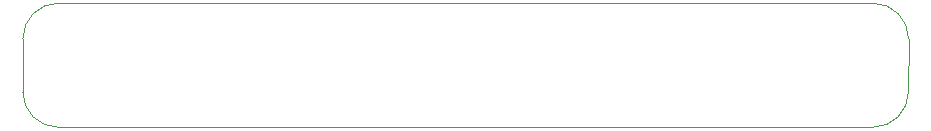
<source format=gbr>
%TF.GenerationSoftware,KiCad,Pcbnew,8.0.5*%
%TF.CreationDate,2025-06-09T13:31:46+03:00*%
%TF.ProjectId,Secondary Board,5365636f-6e64-4617-9279-20426f617264,rev?*%
%TF.SameCoordinates,Original*%
%TF.FileFunction,Profile,NP*%
%FSLAX46Y46*%
G04 Gerber Fmt 4.6, Leading zero omitted, Abs format (unit mm)*
G04 Created by KiCad (PCBNEW 8.0.5) date 2025-06-09 13:31:46*
%MOMM*%
%LPD*%
G01*
G04 APERTURE LIST*
%TA.AperFunction,Profile*%
%ADD10C,0.100000*%
%TD*%
G04 APERTURE END LIST*
D10*
X184985000Y-96849996D02*
G75*
G02*
X181985000Y-99850000I-3000000J-4D01*
G01*
X112996323Y-99853678D02*
G75*
G02*
X109996322Y-96853678I-23J2999978D01*
G01*
X109996319Y-96853678D02*
X110000000Y-92350004D01*
X112996323Y-99853678D02*
X181985000Y-99850000D01*
X113000000Y-89350000D02*
X181988677Y-89346322D01*
X181988677Y-89346322D02*
G75*
G02*
X184988678Y-92346322I23J-2999978D01*
G01*
X184988681Y-92346322D02*
X184985000Y-96849996D01*
X110000000Y-92350004D02*
G75*
G02*
X113000000Y-89350000I3000000J4D01*
G01*
M02*

</source>
